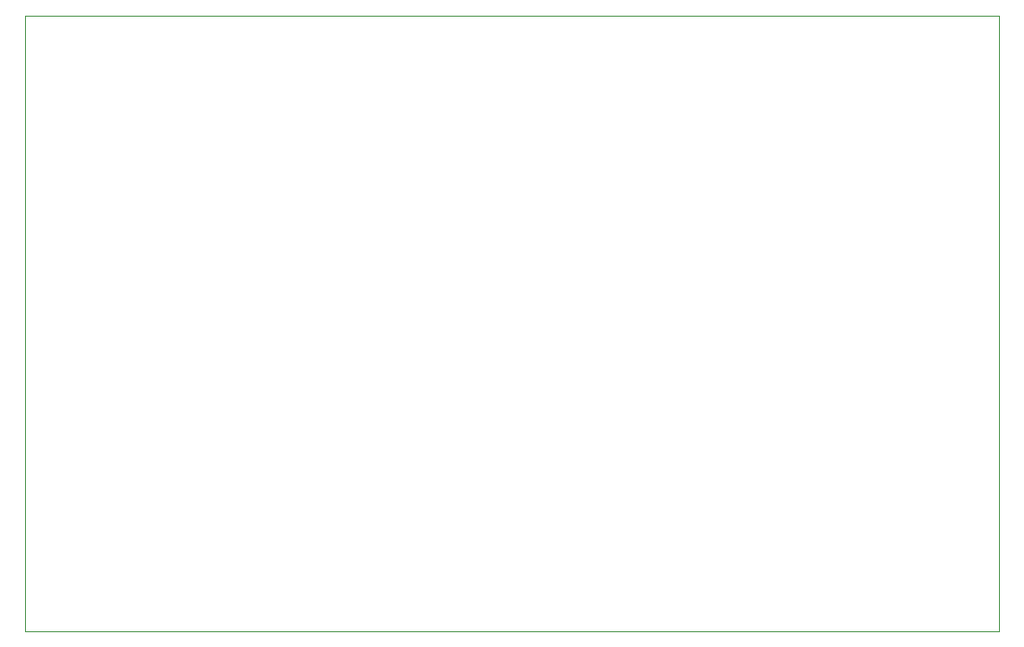
<source format=gbr>
G04 #@! TF.FileFunction,Profile,NP*
%FSLAX46Y46*%
G04 Gerber Fmt 4.6, Leading zero omitted, Abs format (unit mm)*
G04 Created by KiCad (PCBNEW (2015-07-24 BZR 5991)-product) date Tuesday, July 28, 2015 'PMt' 09:28:55 PM*
%MOMM*%
G01*
G04 APERTURE LIST*
%ADD10C,0.100000*%
G04 APERTURE END LIST*
D10*
X106553000Y-134239000D02*
X106553000Y-77978000D01*
X106553000Y-77978000D02*
X195580000Y-77978000D01*
X195580000Y-134239000D02*
X106553000Y-134239000D01*
X195580000Y-134239000D02*
X195580000Y-77978000D01*
M02*

</source>
